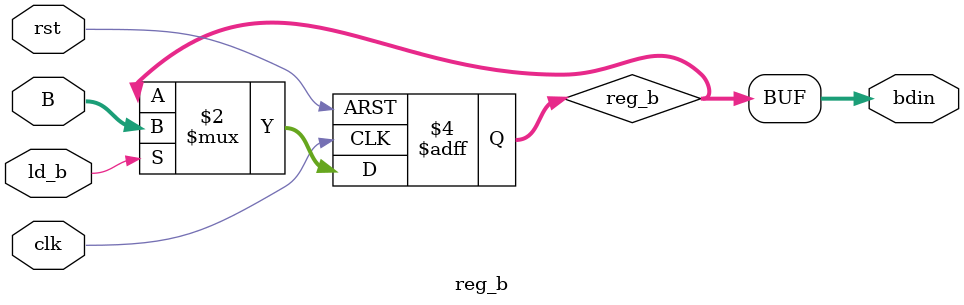
<source format=v>
module reg_b(
input clk, rst,
input [3:0] B,
input ld_b ,
output [3:0] bdin
);
 reg [3:0] reg_b;
 
 always @(posedge clk or posedge rst) begin
   if (rst)
   reg_b <= 0;
   else if (ld_b)
   reg_b <= B;
   end
assign bdin = reg_b ;
endmodule
</source>
